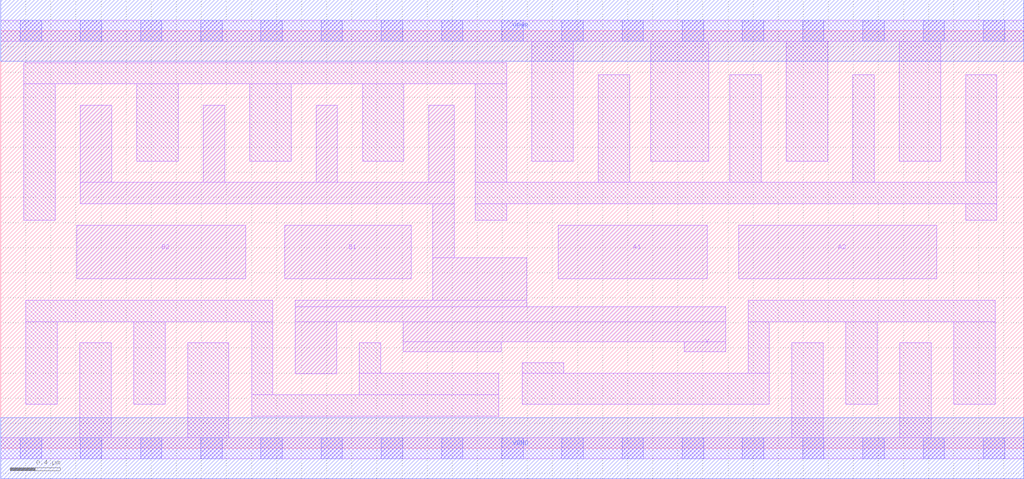
<source format=lef>
# Copyright 2020 The SkyWater PDK Authors
#
# Licensed under the Apache License, Version 2.0 (the "License");
# you may not use this file except in compliance with the License.
# You may obtain a copy of the License at
#
#     https://www.apache.org/licenses/LICENSE-2.0
#
# Unless required by applicable law or agreed to in writing, software
# distributed under the License is distributed on an "AS IS" BASIS,
# WITHOUT WARRANTIES OR CONDITIONS OF ANY KIND, either express or implied.
# See the License for the specific language governing permissions and
# limitations under the License.
#
# SPDX-License-Identifier: Apache-2.0

VERSION 5.5 ;
NAMESCASESENSITIVE ON ;
BUSBITCHARS "[]" ;
DIVIDERCHAR "/" ;
MACRO sky130_fd_sc_ls__a22oi_4
  CLASS CORE ;
  SOURCE USER ;
  ORIGIN  0.000000  0.000000 ;
  SIZE  8.160000 BY  3.330000 ;
  SYMMETRY X Y ;
  SITE unit ;
  PIN A1
    ANTENNAGATEAREA  1.116000 ;
    DIRECTION INPUT ;
    USE SIGNAL ;
    PORT
      LAYER li1 ;
        RECT 4.445000 1.350000 5.635000 1.780000 ;
    END
  END A1
  PIN A2
    ANTENNAGATEAREA  1.116000 ;
    DIRECTION INPUT ;
    USE SIGNAL ;
    PORT
      LAYER li1 ;
        RECT 5.885000 1.350000 7.465000 1.780000 ;
    END
  END A2
  PIN B1
    ANTENNAGATEAREA  1.116000 ;
    DIRECTION INPUT ;
    USE SIGNAL ;
    PORT
      LAYER li1 ;
        RECT 2.265000 1.350000 3.275000 1.780000 ;
    END
  END B1
  PIN B2
    ANTENNAGATEAREA  1.116000 ;
    DIRECTION INPUT ;
    USE SIGNAL ;
    PORT
      LAYER li1 ;
        RECT 0.605000 1.350000 1.955000 1.780000 ;
    END
  END B2
  PIN Y
    ANTENNADIFFAREA  2.172800 ;
    DIRECTION OUTPUT ;
    USE SIGNAL ;
    PORT
      LAYER li1 ;
        RECT 0.635000 1.950000 3.615000 2.120000 ;
        RECT 0.635000 2.120000 0.885000 2.735000 ;
        RECT 1.615000 2.120000 1.785000 2.735000 ;
        RECT 2.350000 0.595000 2.680000 1.010000 ;
        RECT 2.350000 1.010000 5.780000 1.130000 ;
        RECT 2.350000 1.130000 4.195000 1.180000 ;
        RECT 2.515000 2.120000 2.685000 2.735000 ;
        RECT 3.210000 0.770000 3.990000 0.850000 ;
        RECT 3.210000 0.850000 5.780000 1.010000 ;
        RECT 3.415000 2.120000 3.615000 2.735000 ;
        RECT 3.445000 1.180000 4.195000 1.520000 ;
        RECT 3.445000 1.520000 3.615000 1.950000 ;
        RECT 5.450000 0.770000 5.780000 0.850000 ;
    END
  END Y
  PIN VGND
    DIRECTION INOUT ;
    SHAPE ABUTMENT ;
    USE GROUND ;
    PORT
      LAYER met1 ;
        RECT 0.000000 -0.245000 8.160000 0.245000 ;
    END
  END VGND
  PIN VPWR
    DIRECTION INOUT ;
    SHAPE ABUTMENT ;
    USE POWER ;
    PORT
      LAYER met1 ;
        RECT 0.000000 3.085000 8.160000 3.575000 ;
    END
  END VPWR
  OBS
    LAYER li1 ;
      RECT 0.000000 -0.085000 8.160000 0.085000 ;
      RECT 0.000000  3.245000 8.160000 3.415000 ;
      RECT 0.185000  1.820000 0.435000 2.905000 ;
      RECT 0.185000  2.905000 4.035000 3.075000 ;
      RECT 0.200000  0.350000 0.450000 1.010000 ;
      RECT 0.200000  1.010000 2.170000 1.180000 ;
      RECT 0.630000  0.085000 0.880000 0.840000 ;
      RECT 1.060000  0.350000 1.310000 1.010000 ;
      RECT 1.085000  2.290000 1.415000 2.905000 ;
      RECT 1.490000  0.085000 1.820000 0.840000 ;
      RECT 1.985000  2.290000 2.315000 2.905000 ;
      RECT 2.000000  0.255000 3.970000 0.425000 ;
      RECT 2.000000  0.425000 2.170000 1.010000 ;
      RECT 2.860000  0.425000 3.970000 0.600000 ;
      RECT 2.860000  0.600000 3.030000 0.840000 ;
      RECT 2.885000  2.290000 3.215000 2.905000 ;
      RECT 3.785000  1.820000 4.035000 1.950000 ;
      RECT 3.785000  1.950000 7.945000 2.120000 ;
      RECT 3.785000  2.120000 4.035000 2.905000 ;
      RECT 4.160000  0.350000 6.130000 0.600000 ;
      RECT 4.160000  0.600000 4.490000 0.680000 ;
      RECT 4.235000  2.290000 4.565000 3.245000 ;
      RECT 4.765000  2.120000 5.015000 2.980000 ;
      RECT 5.185000  2.290000 5.645000 3.245000 ;
      RECT 5.815000  2.120000 6.065000 2.980000 ;
      RECT 5.960000  0.600000 6.130000 1.010000 ;
      RECT 5.960000  1.010000 7.930000 1.180000 ;
      RECT 6.265000  2.290000 6.595000 3.245000 ;
      RECT 6.310000  0.085000 6.560000 0.840000 ;
      RECT 6.740000  0.350000 6.990000 1.010000 ;
      RECT 6.795000  2.120000 6.965000 2.980000 ;
      RECT 7.165000  2.290000 7.495000 3.245000 ;
      RECT 7.170000  0.085000 7.420000 0.840000 ;
      RECT 7.600000  0.350000 7.930000 1.010000 ;
      RECT 7.695000  1.820000 7.945000 1.950000 ;
      RECT 7.695000  2.120000 7.945000 2.980000 ;
    LAYER mcon ;
      RECT 0.155000 -0.085000 0.325000 0.085000 ;
      RECT 0.155000  3.245000 0.325000 3.415000 ;
      RECT 0.635000 -0.085000 0.805000 0.085000 ;
      RECT 0.635000  3.245000 0.805000 3.415000 ;
      RECT 1.115000 -0.085000 1.285000 0.085000 ;
      RECT 1.115000  3.245000 1.285000 3.415000 ;
      RECT 1.595000 -0.085000 1.765000 0.085000 ;
      RECT 1.595000  3.245000 1.765000 3.415000 ;
      RECT 2.075000 -0.085000 2.245000 0.085000 ;
      RECT 2.075000  3.245000 2.245000 3.415000 ;
      RECT 2.555000 -0.085000 2.725000 0.085000 ;
      RECT 2.555000  3.245000 2.725000 3.415000 ;
      RECT 3.035000 -0.085000 3.205000 0.085000 ;
      RECT 3.035000  3.245000 3.205000 3.415000 ;
      RECT 3.515000 -0.085000 3.685000 0.085000 ;
      RECT 3.515000  3.245000 3.685000 3.415000 ;
      RECT 3.995000 -0.085000 4.165000 0.085000 ;
      RECT 3.995000  3.245000 4.165000 3.415000 ;
      RECT 4.475000 -0.085000 4.645000 0.085000 ;
      RECT 4.475000  3.245000 4.645000 3.415000 ;
      RECT 4.955000 -0.085000 5.125000 0.085000 ;
      RECT 4.955000  3.245000 5.125000 3.415000 ;
      RECT 5.435000 -0.085000 5.605000 0.085000 ;
      RECT 5.435000  3.245000 5.605000 3.415000 ;
      RECT 5.915000 -0.085000 6.085000 0.085000 ;
      RECT 5.915000  3.245000 6.085000 3.415000 ;
      RECT 6.395000 -0.085000 6.565000 0.085000 ;
      RECT 6.395000  3.245000 6.565000 3.415000 ;
      RECT 6.875000 -0.085000 7.045000 0.085000 ;
      RECT 6.875000  3.245000 7.045000 3.415000 ;
      RECT 7.355000 -0.085000 7.525000 0.085000 ;
      RECT 7.355000  3.245000 7.525000 3.415000 ;
      RECT 7.835000 -0.085000 8.005000 0.085000 ;
      RECT 7.835000  3.245000 8.005000 3.415000 ;
  END
END sky130_fd_sc_ls__a22oi_4
END LIBRARY

</source>
